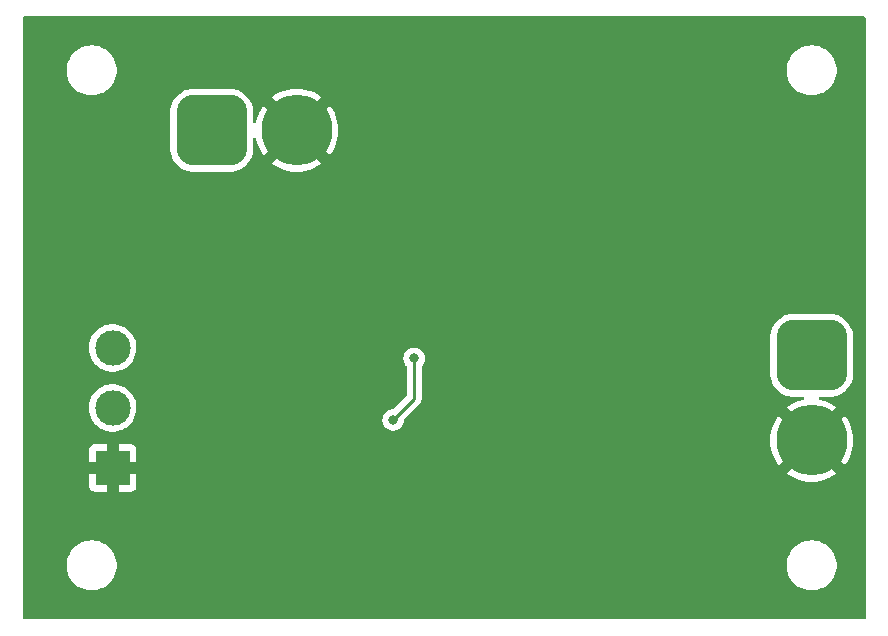
<source format=gbl>
G04 #@! TF.GenerationSoftware,KiCad,Pcbnew,6.0.9-8da3e8f707~116~ubuntu22.04.1*
G04 #@! TF.CreationDate,2022-12-04T14:32:31+01:00*
G04 #@! TF.ProjectId,pcb_15V,7063625f-3135-4562-9e6b-696361645f70,rev?*
G04 #@! TF.SameCoordinates,Original*
G04 #@! TF.FileFunction,Copper,L2,Bot*
G04 #@! TF.FilePolarity,Positive*
%FSLAX46Y46*%
G04 Gerber Fmt 4.6, Leading zero omitted, Abs format (unit mm)*
G04 Created by KiCad (PCBNEW 6.0.9-8da3e8f707~116~ubuntu22.04.1) date 2022-12-04 14:32:31*
%MOMM*%
%LPD*%
G01*
G04 APERTURE LIST*
G04 Aperture macros list*
%AMRoundRect*
0 Rectangle with rounded corners*
0 $1 Rounding radius*
0 $2 $3 $4 $5 $6 $7 $8 $9 X,Y pos of 4 corners*
0 Add a 4 corners polygon primitive as box body*
4,1,4,$2,$3,$4,$5,$6,$7,$8,$9,$2,$3,0*
0 Add four circle primitives for the rounded corners*
1,1,$1+$1,$2,$3*
1,1,$1+$1,$4,$5*
1,1,$1+$1,$6,$7*
1,1,$1+$1,$8,$9*
0 Add four rect primitives between the rounded corners*
20,1,$1+$1,$2,$3,$4,$5,0*
20,1,$1+$1,$4,$5,$6,$7,0*
20,1,$1+$1,$6,$7,$8,$9,0*
20,1,$1+$1,$8,$9,$2,$3,0*%
G04 Aperture macros list end*
G04 #@! TA.AperFunction,ComponentPad*
%ADD10C,3.000000*%
G04 #@! TD*
G04 #@! TA.AperFunction,ComponentPad*
%ADD11R,3.000000X3.000000*%
G04 #@! TD*
G04 #@! TA.AperFunction,ComponentPad*
%ADD12RoundRect,1.500000X-1.500000X-1.500000X1.500000X-1.500000X1.500000X1.500000X-1.500000X1.500000X0*%
G04 #@! TD*
G04 #@! TA.AperFunction,ComponentPad*
%ADD13C,6.000000*%
G04 #@! TD*
G04 #@! TA.AperFunction,ComponentPad*
%ADD14RoundRect,1.500000X-1.500000X1.500000X-1.500000X-1.500000X1.500000X-1.500000X1.500000X1.500000X0*%
G04 #@! TD*
G04 #@! TA.AperFunction,ViaPad*
%ADD15C,0.800000*%
G04 #@! TD*
G04 #@! TA.AperFunction,ViaPad*
%ADD16C,2.000000*%
G04 #@! TD*
G04 #@! TA.AperFunction,Conductor*
%ADD17C,0.250000*%
G04 #@! TD*
G04 APERTURE END LIST*
D10*
X89408000Y-52705000D03*
X89408000Y-57785000D03*
D11*
X89408000Y-62865000D03*
D12*
X97790000Y-34290000D03*
D13*
X104990000Y-34290000D03*
D14*
X148590000Y-53340000D03*
D13*
X148590000Y-60540000D03*
D15*
X111633000Y-67564000D03*
X112776000Y-67056000D03*
X116967000Y-66548000D03*
X116967000Y-67564000D03*
X113157000Y-58801000D03*
X114935000Y-53594000D03*
X109220000Y-38100000D03*
X102870000Y-69850000D03*
X129540000Y-39370000D03*
X123190000Y-26670000D03*
X133350000Y-26670000D03*
X107950000Y-54610000D03*
X113030000Y-35560000D03*
X97790000Y-62230000D03*
X111760000Y-38100000D03*
X110490000Y-33020000D03*
X130810000Y-30480000D03*
X97790000Y-59690000D03*
X100330000Y-73660000D03*
X114300000Y-29210000D03*
X133350000Y-33020000D03*
X113030000Y-39370000D03*
X134620000Y-40640000D03*
X128270000Y-33020000D03*
X110490000Y-29210000D03*
X92710000Y-69850000D03*
X95250000Y-73660000D03*
X87122000Y-66548000D03*
X123190000Y-39370000D03*
X113030000Y-26670000D03*
X118110000Y-26670000D03*
X104140000Y-73660000D03*
X86868000Y-59436000D03*
X97790000Y-69850000D03*
X118110000Y-39370000D03*
X100330000Y-66040000D03*
X129540000Y-35560000D03*
X95250000Y-66040000D03*
D16*
X108966000Y-58420000D03*
D15*
X133350000Y-38100000D03*
X134620000Y-44450000D03*
X105410000Y-29210000D03*
X128270000Y-26670000D03*
X107950000Y-26670000D03*
X113030000Y-31750000D03*
X91440000Y-66040000D03*
X100076000Y-68707000D03*
X107950000Y-53340000D03*
X93853000Y-61722000D03*
X91440000Y-59690000D03*
X111760000Y-60960000D03*
X111633000Y-66548000D03*
X105410000Y-39370000D03*
X133350000Y-43180000D03*
D17*
X113157000Y-58801000D02*
X114935000Y-57023000D01*
X114935000Y-57023000D02*
X114935000Y-53594000D01*
G04 #@! TA.AperFunction,Conductor*
G36*
X153103621Y-24658502D02*
G01*
X153150114Y-24712158D01*
X153161500Y-24764500D01*
X153161500Y-75565500D01*
X153141498Y-75633621D01*
X153087842Y-75680114D01*
X153035500Y-75691500D01*
X81914500Y-75691500D01*
X81846379Y-75671498D01*
X81799886Y-75617842D01*
X81788500Y-75565500D01*
X81788500Y-71252703D01*
X85520743Y-71252703D01*
X85558268Y-71537734D01*
X85634129Y-71815036D01*
X85746923Y-72079476D01*
X85894561Y-72326161D01*
X86074313Y-72550528D01*
X86282851Y-72748423D01*
X86516317Y-72916186D01*
X86520112Y-72918195D01*
X86520113Y-72918196D01*
X86541869Y-72929715D01*
X86770392Y-73050712D01*
X87040373Y-73149511D01*
X87321264Y-73210755D01*
X87349841Y-73213004D01*
X87544282Y-73228307D01*
X87544291Y-73228307D01*
X87546739Y-73228500D01*
X87702271Y-73228500D01*
X87704407Y-73228354D01*
X87704418Y-73228354D01*
X87912548Y-73214165D01*
X87912554Y-73214164D01*
X87916825Y-73213873D01*
X87921020Y-73213004D01*
X87921022Y-73213004D01*
X88057584Y-73184723D01*
X88198342Y-73155574D01*
X88469343Y-73059607D01*
X88724812Y-72927750D01*
X88728313Y-72925289D01*
X88728317Y-72925287D01*
X88842418Y-72845095D01*
X88960023Y-72762441D01*
X89170622Y-72566740D01*
X89352713Y-72344268D01*
X89502927Y-72099142D01*
X89618483Y-71835898D01*
X89697244Y-71559406D01*
X89737751Y-71274784D01*
X89737845Y-71256951D01*
X89737867Y-71252703D01*
X146480743Y-71252703D01*
X146518268Y-71537734D01*
X146594129Y-71815036D01*
X146706923Y-72079476D01*
X146854561Y-72326161D01*
X147034313Y-72550528D01*
X147242851Y-72748423D01*
X147476317Y-72916186D01*
X147480112Y-72918195D01*
X147480113Y-72918196D01*
X147501869Y-72929715D01*
X147730392Y-73050712D01*
X148000373Y-73149511D01*
X148281264Y-73210755D01*
X148309841Y-73213004D01*
X148504282Y-73228307D01*
X148504291Y-73228307D01*
X148506739Y-73228500D01*
X148662271Y-73228500D01*
X148664407Y-73228354D01*
X148664418Y-73228354D01*
X148872548Y-73214165D01*
X148872554Y-73214164D01*
X148876825Y-73213873D01*
X148881020Y-73213004D01*
X148881022Y-73213004D01*
X149017584Y-73184723D01*
X149158342Y-73155574D01*
X149429343Y-73059607D01*
X149684812Y-72927750D01*
X149688313Y-72925289D01*
X149688317Y-72925287D01*
X149802418Y-72845095D01*
X149920023Y-72762441D01*
X150130622Y-72566740D01*
X150312713Y-72344268D01*
X150462927Y-72099142D01*
X150578483Y-71835898D01*
X150657244Y-71559406D01*
X150697751Y-71274784D01*
X150697845Y-71256951D01*
X150699235Y-70991583D01*
X150699235Y-70991576D01*
X150699257Y-70987297D01*
X150661732Y-70702266D01*
X150585871Y-70424964D01*
X150473077Y-70160524D01*
X150325439Y-69913839D01*
X150145687Y-69689472D01*
X149937149Y-69491577D01*
X149703683Y-69323814D01*
X149681843Y-69312250D01*
X149658654Y-69299972D01*
X149449608Y-69189288D01*
X149179627Y-69090489D01*
X148898736Y-69029245D01*
X148867685Y-69026801D01*
X148675718Y-69011693D01*
X148675709Y-69011693D01*
X148673261Y-69011500D01*
X148517729Y-69011500D01*
X148515593Y-69011646D01*
X148515582Y-69011646D01*
X148307452Y-69025835D01*
X148307446Y-69025836D01*
X148303175Y-69026127D01*
X148298980Y-69026996D01*
X148298978Y-69026996D01*
X148162417Y-69055276D01*
X148021658Y-69084426D01*
X147750657Y-69180393D01*
X147495188Y-69312250D01*
X147491687Y-69314711D01*
X147491683Y-69314713D01*
X147481594Y-69321804D01*
X147259977Y-69477559D01*
X147049378Y-69673260D01*
X146867287Y-69895732D01*
X146717073Y-70140858D01*
X146601517Y-70404102D01*
X146522756Y-70680594D01*
X146482249Y-70965216D01*
X146482227Y-70969505D01*
X146482226Y-70969512D01*
X146480765Y-71248417D01*
X146480743Y-71252703D01*
X89737867Y-71252703D01*
X89739235Y-70991583D01*
X89739235Y-70991576D01*
X89739257Y-70987297D01*
X89701732Y-70702266D01*
X89625871Y-70424964D01*
X89513077Y-70160524D01*
X89365439Y-69913839D01*
X89185687Y-69689472D01*
X88977149Y-69491577D01*
X88743683Y-69323814D01*
X88721843Y-69312250D01*
X88698654Y-69299972D01*
X88489608Y-69189288D01*
X88219627Y-69090489D01*
X87938736Y-69029245D01*
X87907685Y-69026801D01*
X87715718Y-69011693D01*
X87715709Y-69011693D01*
X87713261Y-69011500D01*
X87557729Y-69011500D01*
X87555593Y-69011646D01*
X87555582Y-69011646D01*
X87347452Y-69025835D01*
X87347446Y-69025836D01*
X87343175Y-69026127D01*
X87338980Y-69026996D01*
X87338978Y-69026996D01*
X87202417Y-69055276D01*
X87061658Y-69084426D01*
X86790657Y-69180393D01*
X86535188Y-69312250D01*
X86531687Y-69314711D01*
X86531683Y-69314713D01*
X86521594Y-69321804D01*
X86299977Y-69477559D01*
X86089378Y-69673260D01*
X85907287Y-69895732D01*
X85757073Y-70140858D01*
X85641517Y-70404102D01*
X85562756Y-70680594D01*
X85522249Y-70965216D01*
X85522227Y-70969505D01*
X85522226Y-70969512D01*
X85520765Y-71248417D01*
X85520743Y-71252703D01*
X81788500Y-71252703D01*
X81788500Y-64409669D01*
X87400001Y-64409669D01*
X87400371Y-64416490D01*
X87405895Y-64467352D01*
X87409521Y-64482604D01*
X87454676Y-64603054D01*
X87463214Y-64618649D01*
X87539715Y-64720724D01*
X87552276Y-64733285D01*
X87654351Y-64809786D01*
X87669946Y-64818324D01*
X87790394Y-64863478D01*
X87805649Y-64867105D01*
X87856514Y-64872631D01*
X87863328Y-64873000D01*
X88889885Y-64873000D01*
X88905124Y-64868525D01*
X88906329Y-64867135D01*
X88908000Y-64859452D01*
X88908000Y-64854884D01*
X89908000Y-64854884D01*
X89912475Y-64870123D01*
X89913865Y-64871328D01*
X89921548Y-64872999D01*
X90952669Y-64872999D01*
X90959490Y-64872629D01*
X91010352Y-64867105D01*
X91025604Y-64863479D01*
X91146054Y-64818324D01*
X91161649Y-64809786D01*
X91263724Y-64733285D01*
X91276285Y-64720724D01*
X91352786Y-64618649D01*
X91361324Y-64603054D01*
X91406478Y-64482606D01*
X91410105Y-64467351D01*
X91415631Y-64416486D01*
X91416000Y-64409672D01*
X91416000Y-63383115D01*
X91411525Y-63367876D01*
X91410135Y-63366671D01*
X91402452Y-63365000D01*
X89926115Y-63365000D01*
X89910876Y-63369475D01*
X89909671Y-63370865D01*
X89908000Y-63378548D01*
X89908000Y-64854884D01*
X88908000Y-64854884D01*
X88908000Y-63383115D01*
X88903525Y-63367876D01*
X88902135Y-63366671D01*
X88894452Y-63365000D01*
X87418116Y-63365000D01*
X87402877Y-63369475D01*
X87401672Y-63370865D01*
X87400001Y-63378548D01*
X87400001Y-64409669D01*
X81788500Y-64409669D01*
X81788500Y-63350851D01*
X146492191Y-63350851D01*
X146499648Y-63361218D01*
X146522654Y-63379848D01*
X146527991Y-63383725D01*
X146830823Y-63580387D01*
X146836532Y-63583683D01*
X147158275Y-63747620D01*
X147164286Y-63750296D01*
X147501395Y-63879700D01*
X147507672Y-63881740D01*
X147856463Y-63975198D01*
X147862901Y-63976567D01*
X148219560Y-64033055D01*
X148226104Y-64033743D01*
X148586699Y-64052641D01*
X148593301Y-64052641D01*
X148953896Y-64033743D01*
X148960440Y-64033055D01*
X149317099Y-63976567D01*
X149323537Y-63975198D01*
X149672328Y-63881740D01*
X149678605Y-63879700D01*
X150015714Y-63750296D01*
X150021725Y-63747620D01*
X150343468Y-63583683D01*
X150349177Y-63580387D01*
X150652009Y-63383725D01*
X150657346Y-63379848D01*
X150679403Y-63361987D01*
X150687868Y-63349733D01*
X150681534Y-63338641D01*
X148602812Y-61259919D01*
X148588868Y-61252305D01*
X148587035Y-61252436D01*
X148580420Y-61256687D01*
X146499332Y-63337775D01*
X146492191Y-63350851D01*
X81788500Y-63350851D01*
X81788500Y-62346885D01*
X87400000Y-62346885D01*
X87404475Y-62362124D01*
X87405865Y-62363329D01*
X87413548Y-62365000D01*
X88889885Y-62365000D01*
X88905124Y-62360525D01*
X88906329Y-62359135D01*
X88908000Y-62351452D01*
X88908000Y-62346885D01*
X89908000Y-62346885D01*
X89912475Y-62362124D01*
X89913865Y-62363329D01*
X89921548Y-62365000D01*
X91397884Y-62365000D01*
X91413123Y-62360525D01*
X91414328Y-62359135D01*
X91415999Y-62351452D01*
X91415999Y-61320331D01*
X91415629Y-61313510D01*
X91410105Y-61262648D01*
X91406479Y-61247396D01*
X91361324Y-61126946D01*
X91352786Y-61111351D01*
X91276285Y-61009276D01*
X91263724Y-60996715D01*
X91161649Y-60920214D01*
X91146054Y-60911676D01*
X91025606Y-60866522D01*
X91010351Y-60862895D01*
X90959486Y-60857369D01*
X90952672Y-60857000D01*
X89926115Y-60857000D01*
X89910876Y-60861475D01*
X89909671Y-60862865D01*
X89908000Y-60870548D01*
X89908000Y-62346885D01*
X88908000Y-62346885D01*
X88908000Y-60875116D01*
X88903525Y-60859877D01*
X88902135Y-60858672D01*
X88894452Y-60857001D01*
X87863331Y-60857001D01*
X87856510Y-60857371D01*
X87805648Y-60862895D01*
X87790396Y-60866521D01*
X87669946Y-60911676D01*
X87654351Y-60920214D01*
X87552276Y-60996715D01*
X87539715Y-61009276D01*
X87463214Y-61111351D01*
X87454676Y-61126946D01*
X87409522Y-61247394D01*
X87405895Y-61262649D01*
X87400369Y-61313514D01*
X87400000Y-61320328D01*
X87400000Y-62346885D01*
X81788500Y-62346885D01*
X81788500Y-60543301D01*
X145077359Y-60543301D01*
X145096257Y-60903896D01*
X145096945Y-60910440D01*
X145153433Y-61267099D01*
X145154802Y-61273537D01*
X145248260Y-61622328D01*
X145250300Y-61628605D01*
X145379704Y-61965714D01*
X145382380Y-61971725D01*
X145546317Y-62293468D01*
X145549613Y-62299177D01*
X145746275Y-62602009D01*
X145750152Y-62607346D01*
X145768013Y-62629403D01*
X145780267Y-62637868D01*
X145791359Y-62631534D01*
X147870081Y-60552812D01*
X147876459Y-60541132D01*
X149302305Y-60541132D01*
X149302436Y-60542965D01*
X149306687Y-60549580D01*
X151387775Y-62630668D01*
X151400851Y-62637809D01*
X151411218Y-62630352D01*
X151429848Y-62607346D01*
X151433725Y-62602009D01*
X151630387Y-62299177D01*
X151633683Y-62293468D01*
X151797620Y-61971725D01*
X151800296Y-61965714D01*
X151929700Y-61628605D01*
X151931740Y-61622328D01*
X152025198Y-61273537D01*
X152026567Y-61267099D01*
X152083055Y-60910440D01*
X152083743Y-60903896D01*
X152102641Y-60543301D01*
X152102641Y-60536699D01*
X152083743Y-60176104D01*
X152083055Y-60169560D01*
X152026567Y-59812901D01*
X152025198Y-59806463D01*
X151931740Y-59457672D01*
X151929700Y-59451395D01*
X151800296Y-59114286D01*
X151797620Y-59108275D01*
X151633683Y-58786532D01*
X151630387Y-58780823D01*
X151433725Y-58477991D01*
X151429848Y-58472654D01*
X151411987Y-58450597D01*
X151399733Y-58442132D01*
X151388641Y-58448466D01*
X149309919Y-60527188D01*
X149302305Y-60541132D01*
X147876459Y-60541132D01*
X147877695Y-60538868D01*
X147877564Y-60537035D01*
X147873313Y-60530420D01*
X145792225Y-58449332D01*
X145779149Y-58442191D01*
X145768782Y-58449648D01*
X145750152Y-58472654D01*
X145746275Y-58477991D01*
X145549613Y-58780823D01*
X145546317Y-58786532D01*
X145382380Y-59108275D01*
X145379704Y-59114286D01*
X145250300Y-59451395D01*
X145248260Y-59457672D01*
X145154802Y-59806463D01*
X145153433Y-59812901D01*
X145096945Y-60169560D01*
X145096257Y-60176104D01*
X145077359Y-60536699D01*
X145077359Y-60543301D01*
X81788500Y-60543301D01*
X81788500Y-57763918D01*
X87394917Y-57763918D01*
X87410682Y-58037320D01*
X87411507Y-58041525D01*
X87411508Y-58041533D01*
X87428285Y-58127045D01*
X87463405Y-58306053D01*
X87464792Y-58310103D01*
X87464793Y-58310108D01*
X87550723Y-58561088D01*
X87552112Y-58565144D01*
X87554039Y-58568975D01*
X87670735Y-58801000D01*
X87675160Y-58809799D01*
X87677586Y-58813328D01*
X87677589Y-58813334D01*
X87799647Y-58990928D01*
X87830274Y-59035490D01*
X88014582Y-59238043D01*
X88224675Y-59413707D01*
X88228316Y-59415991D01*
X88453024Y-59556951D01*
X88453028Y-59556953D01*
X88456664Y-59559234D01*
X88581460Y-59615582D01*
X88702345Y-59670164D01*
X88702349Y-59670166D01*
X88706257Y-59671930D01*
X88710377Y-59673150D01*
X88710376Y-59673150D01*
X88964723Y-59748491D01*
X88964727Y-59748492D01*
X88968836Y-59749709D01*
X88973070Y-59750357D01*
X88973075Y-59750358D01*
X89235298Y-59790483D01*
X89235300Y-59790483D01*
X89239540Y-59791132D01*
X89378912Y-59793322D01*
X89509071Y-59795367D01*
X89509077Y-59795367D01*
X89513362Y-59795434D01*
X89785235Y-59762534D01*
X90050127Y-59693041D01*
X90054087Y-59691401D01*
X90054092Y-59691399D01*
X90176631Y-59640641D01*
X90303136Y-59588241D01*
X90421359Y-59519157D01*
X90535879Y-59452237D01*
X90535880Y-59452236D01*
X90539582Y-59450073D01*
X90755089Y-59281094D01*
X90796809Y-59238043D01*
X90916737Y-59114286D01*
X90945669Y-59084431D01*
X90948202Y-59080983D01*
X90948206Y-59080978D01*
X91105257Y-58867178D01*
X91107795Y-58863723D01*
X91135154Y-58813334D01*
X91141851Y-58801000D01*
X112243496Y-58801000D01*
X112244186Y-58807565D01*
X112250452Y-58867178D01*
X112263458Y-58990928D01*
X112322473Y-59172556D01*
X112417960Y-59337944D01*
X112422378Y-59342851D01*
X112422379Y-59342852D01*
X112520870Y-59452237D01*
X112545747Y-59479866D01*
X112700248Y-59592118D01*
X112706276Y-59594802D01*
X112706278Y-59594803D01*
X112868681Y-59667109D01*
X112874712Y-59669794D01*
X112968113Y-59689647D01*
X113055056Y-59708128D01*
X113055061Y-59708128D01*
X113061513Y-59709500D01*
X113252487Y-59709500D01*
X113258939Y-59708128D01*
X113258944Y-59708128D01*
X113345887Y-59689647D01*
X113439288Y-59669794D01*
X113445319Y-59667109D01*
X113607722Y-59594803D01*
X113607724Y-59594802D01*
X113613752Y-59592118D01*
X113768253Y-59479866D01*
X113793130Y-59452237D01*
X113891621Y-59342852D01*
X113891622Y-59342851D01*
X113896040Y-59337944D01*
X113991527Y-59172556D01*
X114050542Y-58990928D01*
X114067907Y-58825706D01*
X114094920Y-58760050D01*
X114104122Y-58749782D01*
X115327247Y-57526657D01*
X115335537Y-57519113D01*
X115342018Y-57515000D01*
X115388659Y-57465332D01*
X115391413Y-57462491D01*
X115411135Y-57442769D01*
X115413619Y-57439567D01*
X115421317Y-57430555D01*
X115446161Y-57404098D01*
X115451586Y-57398321D01*
X115461347Y-57380566D01*
X115472198Y-57364047D01*
X115484614Y-57348041D01*
X115502174Y-57307463D01*
X115507391Y-57296813D01*
X115528695Y-57258060D01*
X115533733Y-57238437D01*
X115540137Y-57219734D01*
X115545033Y-57208420D01*
X115545033Y-57208419D01*
X115548181Y-57201145D01*
X115549420Y-57193322D01*
X115549423Y-57193312D01*
X115555099Y-57157476D01*
X115557505Y-57145856D01*
X115566528Y-57110711D01*
X115566528Y-57110710D01*
X115568500Y-57103030D01*
X115568500Y-57082776D01*
X115570051Y-57063065D01*
X115571980Y-57050886D01*
X115573220Y-57043057D01*
X115569059Y-56999038D01*
X115568500Y-56987181D01*
X115568500Y-54296524D01*
X115588502Y-54228403D01*
X115600858Y-54212221D01*
X115674040Y-54130944D01*
X115745305Y-54007509D01*
X115766223Y-53971279D01*
X115766224Y-53971278D01*
X115769527Y-53965556D01*
X115828542Y-53783928D01*
X115848504Y-53594000D01*
X115828542Y-53404072D01*
X115769527Y-53222444D01*
X115674040Y-53057056D01*
X115640615Y-53019933D01*
X115550675Y-52920045D01*
X115550674Y-52920044D01*
X115546253Y-52915134D01*
X115391752Y-52802882D01*
X115385724Y-52800198D01*
X115385722Y-52800197D01*
X115223319Y-52727891D01*
X115223318Y-52727891D01*
X115217288Y-52725206D01*
X115110555Y-52702519D01*
X115036944Y-52686872D01*
X115036939Y-52686872D01*
X115030487Y-52685500D01*
X114839513Y-52685500D01*
X114833061Y-52686872D01*
X114833056Y-52686872D01*
X114759445Y-52702519D01*
X114652712Y-52725206D01*
X114646682Y-52727891D01*
X114646681Y-52727891D01*
X114484278Y-52800197D01*
X114484276Y-52800198D01*
X114478248Y-52802882D01*
X114323747Y-52915134D01*
X114319326Y-52920044D01*
X114319325Y-52920045D01*
X114229386Y-53019933D01*
X114195960Y-53057056D01*
X114100473Y-53222444D01*
X114041458Y-53404072D01*
X114021496Y-53594000D01*
X114041458Y-53783928D01*
X114100473Y-53965556D01*
X114103776Y-53971278D01*
X114103777Y-53971279D01*
X114124695Y-54007509D01*
X114195960Y-54130944D01*
X114269137Y-54212215D01*
X114299853Y-54276221D01*
X114301500Y-54296524D01*
X114301500Y-56708406D01*
X114281498Y-56776527D01*
X114264595Y-56797501D01*
X113206500Y-57855595D01*
X113144188Y-57889621D01*
X113117405Y-57892500D01*
X113061513Y-57892500D01*
X113055061Y-57893872D01*
X113055056Y-57893872D01*
X112968113Y-57912353D01*
X112874712Y-57932206D01*
X112868682Y-57934891D01*
X112868681Y-57934891D01*
X112706278Y-58007197D01*
X112706276Y-58007198D01*
X112700248Y-58009882D01*
X112545747Y-58122134D01*
X112417960Y-58264056D01*
X112322473Y-58429444D01*
X112263458Y-58611072D01*
X112262768Y-58617633D01*
X112262768Y-58617635D01*
X112261802Y-58626830D01*
X112243496Y-58801000D01*
X91141851Y-58801000D01*
X91236418Y-58626830D01*
X91236419Y-58626828D01*
X91238468Y-58623054D01*
X91311627Y-58429444D01*
X91333751Y-58370895D01*
X91333752Y-58370891D01*
X91335269Y-58366877D01*
X91390198Y-58127045D01*
X91395449Y-58104117D01*
X91395450Y-58104113D01*
X91396407Y-58099933D01*
X91404098Y-58013763D01*
X91420531Y-57829627D01*
X91420531Y-57829625D01*
X91420751Y-57827161D01*
X91421193Y-57785000D01*
X91416679Y-57718782D01*
X91402859Y-57516055D01*
X91402858Y-57516049D01*
X91402567Y-57511778D01*
X91347032Y-57243612D01*
X91255617Y-56985465D01*
X91184924Y-56848500D01*
X91131978Y-56745919D01*
X91131978Y-56745918D01*
X91130013Y-56742112D01*
X91120040Y-56727921D01*
X90975008Y-56521562D01*
X90972545Y-56518057D01*
X90786125Y-56317445D01*
X90782810Y-56314731D01*
X90782806Y-56314728D01*
X90577523Y-56146706D01*
X90574205Y-56143990D01*
X90340704Y-56000901D01*
X90336768Y-55999173D01*
X90093873Y-55892549D01*
X90093869Y-55892548D01*
X90089945Y-55890825D01*
X89826566Y-55815800D01*
X89822324Y-55815196D01*
X89822318Y-55815195D01*
X89621834Y-55786662D01*
X89555443Y-55777213D01*
X89411589Y-55776460D01*
X89285877Y-55775802D01*
X89285871Y-55775802D01*
X89281591Y-55775780D01*
X89277347Y-55776339D01*
X89277343Y-55776339D01*
X89158302Y-55792011D01*
X89010078Y-55811525D01*
X89005938Y-55812658D01*
X89005936Y-55812658D01*
X88933008Y-55832609D01*
X88745928Y-55883788D01*
X88741980Y-55885472D01*
X88497982Y-55989546D01*
X88497978Y-55989548D01*
X88494030Y-55991232D01*
X88474125Y-56003145D01*
X88262725Y-56129664D01*
X88262721Y-56129667D01*
X88259043Y-56131868D01*
X88045318Y-56303094D01*
X88028717Y-56320588D01*
X87905552Y-56450377D01*
X87856808Y-56501742D01*
X87697002Y-56724136D01*
X87568857Y-56966161D01*
X87567385Y-56970184D01*
X87567383Y-56970188D01*
X87503097Y-57145856D01*
X87474743Y-57223337D01*
X87416404Y-57490907D01*
X87394917Y-57763918D01*
X81788500Y-57763918D01*
X81788500Y-52683918D01*
X87394917Y-52683918D01*
X87410682Y-52957320D01*
X87411507Y-52961525D01*
X87411508Y-52961533D01*
X87422127Y-53015657D01*
X87463405Y-53226053D01*
X87464792Y-53230103D01*
X87464793Y-53230108D01*
X87550723Y-53481088D01*
X87552112Y-53485144D01*
X87675160Y-53729799D01*
X87677586Y-53733328D01*
X87677589Y-53733334D01*
X87827843Y-53951953D01*
X87830274Y-53955490D01*
X88014582Y-54158043D01*
X88224675Y-54333707D01*
X88228316Y-54335991D01*
X88453024Y-54476951D01*
X88453028Y-54476953D01*
X88456664Y-54479234D01*
X88524544Y-54509883D01*
X88702345Y-54590164D01*
X88702349Y-54590166D01*
X88706257Y-54591930D01*
X88710377Y-54593150D01*
X88710376Y-54593150D01*
X88964723Y-54668491D01*
X88964727Y-54668492D01*
X88968836Y-54669709D01*
X88973070Y-54670357D01*
X88973075Y-54670358D01*
X89235298Y-54710483D01*
X89235300Y-54710483D01*
X89239540Y-54711132D01*
X89378912Y-54713322D01*
X89509071Y-54715367D01*
X89509077Y-54715367D01*
X89513362Y-54715434D01*
X89785235Y-54682534D01*
X90050127Y-54613041D01*
X90054087Y-54611401D01*
X90054092Y-54611399D01*
X90176631Y-54560641D01*
X90303136Y-54508241D01*
X90539582Y-54370073D01*
X90755089Y-54201094D01*
X90796809Y-54158043D01*
X90942686Y-54007509D01*
X90945669Y-54004431D01*
X90948202Y-54000983D01*
X90948206Y-54000978D01*
X91105257Y-53787178D01*
X91107795Y-53783723D01*
X91135154Y-53733334D01*
X91236418Y-53546830D01*
X91236419Y-53546828D01*
X91238468Y-53543054D01*
X91335269Y-53286877D01*
X91396407Y-53019933D01*
X91420751Y-52747161D01*
X91421193Y-52705000D01*
X91402567Y-52431778D01*
X91347032Y-52163612D01*
X91255617Y-51905465D01*
X91163846Y-51727663D01*
X145081500Y-51727663D01*
X145081501Y-54952336D01*
X145084257Y-55015480D01*
X145084815Y-55019002D01*
X145127509Y-55288571D01*
X145127511Y-55288578D01*
X145128198Y-55292918D01*
X145210325Y-55561540D01*
X145212185Y-55565529D01*
X145212187Y-55565534D01*
X145327174Y-55812126D01*
X145327177Y-55812132D01*
X145329036Y-55816118D01*
X145331437Y-55819815D01*
X145449036Y-56000901D01*
X145482023Y-56051697D01*
X145666308Y-56263692D01*
X145878303Y-56447977D01*
X145881994Y-56450374D01*
X145881998Y-56450377D01*
X145991614Y-56521562D01*
X146113882Y-56600964D01*
X146117868Y-56602823D01*
X146117874Y-56602826D01*
X146364466Y-56717813D01*
X146364471Y-56717815D01*
X146368460Y-56719675D01*
X146372673Y-56720963D01*
X146372678Y-56720965D01*
X146454299Y-56745919D01*
X146637082Y-56801802D01*
X146641422Y-56802489D01*
X146641429Y-56802491D01*
X146899709Y-56843397D01*
X146914520Y-56845743D01*
X146918081Y-56845898D01*
X146918086Y-56845899D01*
X146976287Y-56848440D01*
X146976291Y-56848440D01*
X146977663Y-56848500D01*
X147871506Y-56848500D01*
X147939627Y-56868502D01*
X147986120Y-56922158D01*
X147996224Y-56992432D01*
X147966730Y-57057012D01*
X147907004Y-57095396D01*
X147891215Y-57098949D01*
X147862903Y-57103433D01*
X147856463Y-57104802D01*
X147507672Y-57198260D01*
X147501395Y-57200300D01*
X147164286Y-57329704D01*
X147158275Y-57332380D01*
X146836532Y-57496317D01*
X146830823Y-57499613D01*
X146527991Y-57696275D01*
X146522654Y-57700152D01*
X146500597Y-57718013D01*
X146492132Y-57730267D01*
X146498466Y-57741359D01*
X148577188Y-59820081D01*
X148591132Y-59827695D01*
X148592965Y-59827564D01*
X148599580Y-59823313D01*
X150680668Y-57742225D01*
X150687809Y-57729149D01*
X150680352Y-57718782D01*
X150657346Y-57700152D01*
X150652009Y-57696275D01*
X150349177Y-57499613D01*
X150343468Y-57496317D01*
X150021725Y-57332380D01*
X150015714Y-57329704D01*
X149678605Y-57200300D01*
X149672328Y-57198260D01*
X149323537Y-57104802D01*
X149317102Y-57103434D01*
X149288780Y-57098948D01*
X149224627Y-57068535D01*
X149187100Y-57008267D01*
X149188114Y-56937277D01*
X149227347Y-56878106D01*
X149292343Y-56849538D01*
X149308487Y-56848499D01*
X150202336Y-56848499D01*
X150203705Y-56848439D01*
X150203716Y-56848439D01*
X150261914Y-56845899D01*
X150261920Y-56845898D01*
X150265480Y-56845743D01*
X150338955Y-56834106D01*
X150538571Y-56802491D01*
X150538578Y-56802489D01*
X150542918Y-56801802D01*
X150725701Y-56745919D01*
X150807322Y-56720965D01*
X150807327Y-56720963D01*
X150811540Y-56719675D01*
X150815529Y-56717815D01*
X150815534Y-56717813D01*
X151062126Y-56602826D01*
X151062132Y-56602823D01*
X151066118Y-56600964D01*
X151188386Y-56521562D01*
X151298002Y-56450377D01*
X151298006Y-56450374D01*
X151301697Y-56447977D01*
X151513692Y-56263692D01*
X151697977Y-56051697D01*
X151730965Y-56000901D01*
X151848563Y-55819815D01*
X151850964Y-55816118D01*
X151852823Y-55812132D01*
X151852826Y-55812126D01*
X151967813Y-55565534D01*
X151967815Y-55565529D01*
X151969675Y-55561540D01*
X152051802Y-55292918D01*
X152052489Y-55288578D01*
X152052491Y-55288571D01*
X152095185Y-55019003D01*
X152095185Y-55019002D01*
X152095743Y-55015480D01*
X152098500Y-54952337D01*
X152098499Y-51727664D01*
X152095743Y-51664520D01*
X152060431Y-51441562D01*
X152052491Y-51391429D01*
X152052489Y-51391422D01*
X152051802Y-51387082D01*
X151969675Y-51118460D01*
X151945542Y-51066706D01*
X151852826Y-50867874D01*
X151852823Y-50867868D01*
X151850964Y-50863882D01*
X151768551Y-50736977D01*
X151700377Y-50631998D01*
X151700374Y-50631994D01*
X151697977Y-50628303D01*
X151513692Y-50416308D01*
X151301697Y-50232023D01*
X151298006Y-50229626D01*
X151298002Y-50229623D01*
X151069815Y-50081437D01*
X151066118Y-50079036D01*
X151062132Y-50077177D01*
X151062126Y-50077174D01*
X150815534Y-49962187D01*
X150815529Y-49962185D01*
X150811540Y-49960325D01*
X150807327Y-49959037D01*
X150807322Y-49959035D01*
X150644514Y-49909259D01*
X150542918Y-49878198D01*
X150538578Y-49877511D01*
X150538571Y-49877509D01*
X150269003Y-49834815D01*
X150265480Y-49834257D01*
X150261919Y-49834102D01*
X150261914Y-49834101D01*
X150203713Y-49831560D01*
X150203709Y-49831560D01*
X150202337Y-49831500D01*
X148591171Y-49831500D01*
X146977664Y-49831501D01*
X146976295Y-49831561D01*
X146976284Y-49831561D01*
X146918086Y-49834101D01*
X146918080Y-49834102D01*
X146914520Y-49834257D01*
X146841045Y-49845894D01*
X146641429Y-49877509D01*
X146641422Y-49877511D01*
X146637082Y-49878198D01*
X146535486Y-49909259D01*
X146372678Y-49959035D01*
X146372673Y-49959037D01*
X146368460Y-49960325D01*
X146364471Y-49962185D01*
X146364466Y-49962187D01*
X146117874Y-50077174D01*
X146117868Y-50077177D01*
X146113882Y-50079036D01*
X146110185Y-50081437D01*
X145881998Y-50229623D01*
X145881994Y-50229626D01*
X145878303Y-50232023D01*
X145666308Y-50416308D01*
X145482023Y-50628303D01*
X145479626Y-50631994D01*
X145479623Y-50631998D01*
X145411449Y-50736977D01*
X145329036Y-50863882D01*
X145327177Y-50867868D01*
X145327174Y-50867874D01*
X145234458Y-51066706D01*
X145210325Y-51118460D01*
X145128198Y-51387082D01*
X145127511Y-51391422D01*
X145127509Y-51391429D01*
X145119569Y-51441562D01*
X145084257Y-51664520D01*
X145081500Y-51727663D01*
X91163846Y-51727663D01*
X91130013Y-51662112D01*
X91120040Y-51647921D01*
X90975008Y-51441562D01*
X90972545Y-51438057D01*
X90786125Y-51237445D01*
X90782810Y-51234731D01*
X90782806Y-51234728D01*
X90652069Y-51127721D01*
X90574205Y-51063990D01*
X90340704Y-50920901D01*
X90336768Y-50919173D01*
X90093873Y-50812549D01*
X90093869Y-50812548D01*
X90089945Y-50810825D01*
X89826566Y-50735800D01*
X89822324Y-50735196D01*
X89822318Y-50735195D01*
X89621834Y-50706662D01*
X89555443Y-50697213D01*
X89411589Y-50696460D01*
X89285877Y-50695802D01*
X89285871Y-50695802D01*
X89281591Y-50695780D01*
X89277347Y-50696339D01*
X89277343Y-50696339D01*
X89158302Y-50712011D01*
X89010078Y-50731525D01*
X89005938Y-50732658D01*
X89005936Y-50732658D01*
X88933008Y-50752609D01*
X88745928Y-50803788D01*
X88741980Y-50805472D01*
X88497982Y-50909546D01*
X88497978Y-50909548D01*
X88494030Y-50911232D01*
X88474125Y-50923145D01*
X88262725Y-51049664D01*
X88262721Y-51049667D01*
X88259043Y-51051868D01*
X88045318Y-51223094D01*
X87856808Y-51421742D01*
X87697002Y-51644136D01*
X87568857Y-51886161D01*
X87567385Y-51890184D01*
X87567383Y-51890188D01*
X87560314Y-51909506D01*
X87474743Y-52143337D01*
X87416404Y-52410907D01*
X87394917Y-52683918D01*
X81788500Y-52683918D01*
X81788500Y-32677663D01*
X94281500Y-32677663D01*
X94281501Y-35902336D01*
X94284257Y-35965480D01*
X94284815Y-35969002D01*
X94327509Y-36238571D01*
X94327511Y-36238578D01*
X94328198Y-36242918D01*
X94410325Y-36511540D01*
X94412185Y-36515529D01*
X94412187Y-36515534D01*
X94527174Y-36762126D01*
X94527177Y-36762132D01*
X94529036Y-36766118D01*
X94682023Y-37001697D01*
X94866308Y-37213692D01*
X95078303Y-37397977D01*
X95081994Y-37400374D01*
X95081998Y-37400377D01*
X95235860Y-37500296D01*
X95313882Y-37550964D01*
X95317868Y-37552823D01*
X95317874Y-37552826D01*
X95564466Y-37667813D01*
X95564471Y-37667815D01*
X95568460Y-37669675D01*
X95572673Y-37670963D01*
X95572678Y-37670965D01*
X95735486Y-37720741D01*
X95837082Y-37751802D01*
X95841422Y-37752489D01*
X95841429Y-37752491D01*
X96038753Y-37783743D01*
X96114520Y-37795743D01*
X96118081Y-37795898D01*
X96118086Y-37795899D01*
X96176287Y-37798440D01*
X96176291Y-37798440D01*
X96177663Y-37798500D01*
X97788829Y-37798500D01*
X99402336Y-37798499D01*
X99403705Y-37798439D01*
X99403716Y-37798439D01*
X99461914Y-37795899D01*
X99461920Y-37795898D01*
X99465480Y-37795743D01*
X99541247Y-37783743D01*
X99738571Y-37752491D01*
X99738578Y-37752489D01*
X99742918Y-37751802D01*
X99844514Y-37720741D01*
X100007322Y-37670965D01*
X100007327Y-37670963D01*
X100011540Y-37669675D01*
X100015529Y-37667815D01*
X100015534Y-37667813D01*
X100262126Y-37552826D01*
X100262132Y-37552823D01*
X100266118Y-37550964D01*
X100344140Y-37500296D01*
X100498002Y-37400377D01*
X100498006Y-37400374D01*
X100501697Y-37397977D01*
X100713692Y-37213692D01*
X100811783Y-37100851D01*
X102892191Y-37100851D01*
X102899648Y-37111218D01*
X102922654Y-37129848D01*
X102927991Y-37133725D01*
X103230823Y-37330387D01*
X103236532Y-37333683D01*
X103558275Y-37497620D01*
X103564286Y-37500296D01*
X103901395Y-37629700D01*
X103907672Y-37631740D01*
X104256463Y-37725198D01*
X104262901Y-37726567D01*
X104619560Y-37783055D01*
X104626104Y-37783743D01*
X104986699Y-37802641D01*
X104993301Y-37802641D01*
X105353896Y-37783743D01*
X105360440Y-37783055D01*
X105717099Y-37726567D01*
X105723537Y-37725198D01*
X106072328Y-37631740D01*
X106078605Y-37629700D01*
X106415714Y-37500296D01*
X106421725Y-37497620D01*
X106743468Y-37333683D01*
X106749177Y-37330387D01*
X107052009Y-37133725D01*
X107057346Y-37129848D01*
X107079403Y-37111987D01*
X107087868Y-37099733D01*
X107081534Y-37088641D01*
X105002812Y-35009919D01*
X104988868Y-35002305D01*
X104987035Y-35002436D01*
X104980420Y-35006687D01*
X102899332Y-37087775D01*
X102892191Y-37100851D01*
X100811783Y-37100851D01*
X100897977Y-37001697D01*
X101050964Y-36766118D01*
X101052823Y-36762132D01*
X101052826Y-36762126D01*
X101167813Y-36515534D01*
X101167815Y-36515529D01*
X101169675Y-36511540D01*
X101251802Y-36242918D01*
X101252489Y-36238578D01*
X101252491Y-36238571D01*
X101295185Y-35969003D01*
X101295185Y-35969002D01*
X101295743Y-35965480D01*
X101298500Y-35902337D01*
X101298500Y-35008494D01*
X101318502Y-34940373D01*
X101372158Y-34893880D01*
X101442432Y-34883776D01*
X101507012Y-34913270D01*
X101545396Y-34972996D01*
X101548949Y-34988785D01*
X101553433Y-35017097D01*
X101554802Y-35023537D01*
X101648260Y-35372328D01*
X101650300Y-35378605D01*
X101779704Y-35715714D01*
X101782380Y-35721725D01*
X101946317Y-36043468D01*
X101949613Y-36049177D01*
X102146275Y-36352009D01*
X102150152Y-36357346D01*
X102168013Y-36379403D01*
X102180267Y-36387868D01*
X102191359Y-36381534D01*
X104270081Y-34302812D01*
X104276459Y-34291132D01*
X105702305Y-34291132D01*
X105702436Y-34292965D01*
X105706687Y-34299580D01*
X107787775Y-36380668D01*
X107800851Y-36387809D01*
X107811218Y-36380352D01*
X107829848Y-36357346D01*
X107833725Y-36352009D01*
X108030387Y-36049177D01*
X108033683Y-36043468D01*
X108197620Y-35721725D01*
X108200296Y-35715714D01*
X108329700Y-35378605D01*
X108331740Y-35372328D01*
X108425198Y-35023537D01*
X108426567Y-35017099D01*
X108483055Y-34660440D01*
X108483743Y-34653896D01*
X108502641Y-34293301D01*
X108502641Y-34286699D01*
X108483743Y-33926104D01*
X108483055Y-33919560D01*
X108426567Y-33562901D01*
X108425198Y-33556463D01*
X108331740Y-33207672D01*
X108329700Y-33201395D01*
X108200296Y-32864286D01*
X108197620Y-32858275D01*
X108033683Y-32536532D01*
X108030387Y-32530823D01*
X107833725Y-32227991D01*
X107829848Y-32222654D01*
X107811987Y-32200597D01*
X107799733Y-32192132D01*
X107788641Y-32198466D01*
X105709919Y-34277188D01*
X105702305Y-34291132D01*
X104276459Y-34291132D01*
X104277695Y-34288868D01*
X104277564Y-34287035D01*
X104273313Y-34280420D01*
X102192225Y-32199332D01*
X102179149Y-32192191D01*
X102168782Y-32199648D01*
X102150152Y-32222654D01*
X102146275Y-32227991D01*
X101949613Y-32530823D01*
X101946317Y-32536532D01*
X101782380Y-32858275D01*
X101779704Y-32864286D01*
X101650300Y-33201395D01*
X101648260Y-33207672D01*
X101554802Y-33556463D01*
X101553434Y-33562898D01*
X101548948Y-33591220D01*
X101518535Y-33655373D01*
X101458267Y-33692900D01*
X101387277Y-33691886D01*
X101328106Y-33652653D01*
X101299538Y-33587657D01*
X101298499Y-33571509D01*
X101298499Y-32677664D01*
X101295743Y-32614520D01*
X101282487Y-32530823D01*
X101252491Y-32341429D01*
X101252489Y-32341422D01*
X101251802Y-32337082D01*
X101169675Y-32068460D01*
X101167813Y-32064466D01*
X101052826Y-31817874D01*
X101052823Y-31817868D01*
X101050964Y-31813882D01*
X100897977Y-31578303D01*
X100812755Y-31480267D01*
X102892132Y-31480267D01*
X102898466Y-31491359D01*
X104977188Y-33570081D01*
X104991132Y-33577695D01*
X104992965Y-33577564D01*
X104999580Y-33573313D01*
X107080668Y-31492225D01*
X107087809Y-31479149D01*
X107080352Y-31468782D01*
X107057346Y-31450152D01*
X107052009Y-31446275D01*
X106749177Y-31249613D01*
X106743468Y-31246317D01*
X106421725Y-31082380D01*
X106415714Y-31079704D01*
X106078605Y-30950300D01*
X106072328Y-30948260D01*
X105723537Y-30854802D01*
X105717099Y-30853433D01*
X105360440Y-30796945D01*
X105353896Y-30796257D01*
X104993301Y-30777359D01*
X104986699Y-30777359D01*
X104626104Y-30796257D01*
X104619560Y-30796945D01*
X104262901Y-30853433D01*
X104256463Y-30854802D01*
X103907672Y-30948260D01*
X103901395Y-30950300D01*
X103564286Y-31079704D01*
X103558275Y-31082380D01*
X103236532Y-31246317D01*
X103230823Y-31249613D01*
X102927991Y-31446275D01*
X102922654Y-31450152D01*
X102900597Y-31468013D01*
X102892132Y-31480267D01*
X100812755Y-31480267D01*
X100713692Y-31366308D01*
X100501697Y-31182023D01*
X100498006Y-31179626D01*
X100498002Y-31179623D01*
X100269815Y-31031437D01*
X100266118Y-31029036D01*
X100262132Y-31027177D01*
X100262126Y-31027174D01*
X100015534Y-30912187D01*
X100015529Y-30912185D01*
X100011540Y-30910325D01*
X100007327Y-30909037D01*
X100007322Y-30909035D01*
X99812665Y-30849522D01*
X99742918Y-30828198D01*
X99738578Y-30827511D01*
X99738571Y-30827509D01*
X99469003Y-30784815D01*
X99465480Y-30784257D01*
X99461919Y-30784102D01*
X99461914Y-30784101D01*
X99403713Y-30781560D01*
X99403709Y-30781560D01*
X99402337Y-30781500D01*
X97791171Y-30781500D01*
X96177664Y-30781501D01*
X96176295Y-30781561D01*
X96176284Y-30781561D01*
X96118086Y-30784101D01*
X96118080Y-30784102D01*
X96114520Y-30784257D01*
X96041045Y-30795894D01*
X95841429Y-30827509D01*
X95841422Y-30827511D01*
X95837082Y-30828198D01*
X95767335Y-30849522D01*
X95572678Y-30909035D01*
X95572673Y-30909037D01*
X95568460Y-30910325D01*
X95564471Y-30912185D01*
X95564466Y-30912187D01*
X95317874Y-31027174D01*
X95317868Y-31027177D01*
X95313882Y-31029036D01*
X95310185Y-31031437D01*
X95081998Y-31179623D01*
X95081994Y-31179626D01*
X95078303Y-31182023D01*
X94866308Y-31366308D01*
X94682023Y-31578303D01*
X94529036Y-31813882D01*
X94527177Y-31817868D01*
X94527174Y-31817874D01*
X94412187Y-32064466D01*
X94410325Y-32068460D01*
X94328198Y-32337082D01*
X94327511Y-32341422D01*
X94327509Y-32341429D01*
X94297513Y-32530823D01*
X94284257Y-32614520D01*
X94281500Y-32677663D01*
X81788500Y-32677663D01*
X81788500Y-29342703D01*
X85520743Y-29342703D01*
X85558268Y-29627734D01*
X85634129Y-29905036D01*
X85746923Y-30169476D01*
X85894561Y-30416161D01*
X86074313Y-30640528D01*
X86091397Y-30656740D01*
X86225608Y-30784101D01*
X86282851Y-30838423D01*
X86516317Y-31006186D01*
X86520112Y-31008195D01*
X86520113Y-31008196D01*
X86541869Y-31019715D01*
X86770392Y-31140712D01*
X87040373Y-31239511D01*
X87321264Y-31300755D01*
X87349841Y-31303004D01*
X87544282Y-31318307D01*
X87544291Y-31318307D01*
X87546739Y-31318500D01*
X87702271Y-31318500D01*
X87704407Y-31318354D01*
X87704418Y-31318354D01*
X87912548Y-31304165D01*
X87912554Y-31304164D01*
X87916825Y-31303873D01*
X87921020Y-31303004D01*
X87921022Y-31303004D01*
X88178838Y-31249613D01*
X88198342Y-31245574D01*
X88469343Y-31149607D01*
X88724812Y-31017750D01*
X88728313Y-31015289D01*
X88728317Y-31015287D01*
X88879498Y-30909035D01*
X88960023Y-30852441D01*
X89170622Y-30656740D01*
X89352713Y-30434268D01*
X89502927Y-30189142D01*
X89618483Y-29925898D01*
X89697244Y-29649406D01*
X89737751Y-29364784D01*
X89737845Y-29346951D01*
X89737867Y-29342703D01*
X146480743Y-29342703D01*
X146518268Y-29627734D01*
X146594129Y-29905036D01*
X146706923Y-30169476D01*
X146854561Y-30416161D01*
X147034313Y-30640528D01*
X147051397Y-30656740D01*
X147185608Y-30784101D01*
X147242851Y-30838423D01*
X147476317Y-31006186D01*
X147480112Y-31008195D01*
X147480113Y-31008196D01*
X147501869Y-31019715D01*
X147730392Y-31140712D01*
X148000373Y-31239511D01*
X148281264Y-31300755D01*
X148309841Y-31303004D01*
X148504282Y-31318307D01*
X148504291Y-31318307D01*
X148506739Y-31318500D01*
X148662271Y-31318500D01*
X148664407Y-31318354D01*
X148664418Y-31318354D01*
X148872548Y-31304165D01*
X148872554Y-31304164D01*
X148876825Y-31303873D01*
X148881020Y-31303004D01*
X148881022Y-31303004D01*
X149138838Y-31249613D01*
X149158342Y-31245574D01*
X149429343Y-31149607D01*
X149684812Y-31017750D01*
X149688313Y-31015289D01*
X149688317Y-31015287D01*
X149839498Y-30909035D01*
X149920023Y-30852441D01*
X150130622Y-30656740D01*
X150312713Y-30434268D01*
X150462927Y-30189142D01*
X150578483Y-29925898D01*
X150657244Y-29649406D01*
X150697751Y-29364784D01*
X150697845Y-29346951D01*
X150699235Y-29081583D01*
X150699235Y-29081576D01*
X150699257Y-29077297D01*
X150661732Y-28792266D01*
X150585871Y-28514964D01*
X150473077Y-28250524D01*
X150325439Y-28003839D01*
X150145687Y-27779472D01*
X149937149Y-27581577D01*
X149703683Y-27413814D01*
X149681843Y-27402250D01*
X149658654Y-27389972D01*
X149449608Y-27279288D01*
X149179627Y-27180489D01*
X148898736Y-27119245D01*
X148867685Y-27116801D01*
X148675718Y-27101693D01*
X148675709Y-27101693D01*
X148673261Y-27101500D01*
X148517729Y-27101500D01*
X148515593Y-27101646D01*
X148515582Y-27101646D01*
X148307452Y-27115835D01*
X148307446Y-27115836D01*
X148303175Y-27116127D01*
X148298980Y-27116996D01*
X148298978Y-27116996D01*
X148162417Y-27145276D01*
X148021658Y-27174426D01*
X147750657Y-27270393D01*
X147495188Y-27402250D01*
X147491687Y-27404711D01*
X147491683Y-27404713D01*
X147481594Y-27411804D01*
X147259977Y-27567559D01*
X147049378Y-27763260D01*
X146867287Y-27985732D01*
X146717073Y-28230858D01*
X146601517Y-28494102D01*
X146522756Y-28770594D01*
X146482249Y-29055216D01*
X146482227Y-29059505D01*
X146482226Y-29059512D01*
X146480765Y-29338417D01*
X146480743Y-29342703D01*
X89737867Y-29342703D01*
X89739235Y-29081583D01*
X89739235Y-29081576D01*
X89739257Y-29077297D01*
X89701732Y-28792266D01*
X89625871Y-28514964D01*
X89513077Y-28250524D01*
X89365439Y-28003839D01*
X89185687Y-27779472D01*
X88977149Y-27581577D01*
X88743683Y-27413814D01*
X88721843Y-27402250D01*
X88698654Y-27389972D01*
X88489608Y-27279288D01*
X88219627Y-27180489D01*
X87938736Y-27119245D01*
X87907685Y-27116801D01*
X87715718Y-27101693D01*
X87715709Y-27101693D01*
X87713261Y-27101500D01*
X87557729Y-27101500D01*
X87555593Y-27101646D01*
X87555582Y-27101646D01*
X87347452Y-27115835D01*
X87347446Y-27115836D01*
X87343175Y-27116127D01*
X87338980Y-27116996D01*
X87338978Y-27116996D01*
X87202417Y-27145276D01*
X87061658Y-27174426D01*
X86790657Y-27270393D01*
X86535188Y-27402250D01*
X86531687Y-27404711D01*
X86531683Y-27404713D01*
X86521594Y-27411804D01*
X86299977Y-27567559D01*
X86089378Y-27763260D01*
X85907287Y-27985732D01*
X85757073Y-28230858D01*
X85641517Y-28494102D01*
X85562756Y-28770594D01*
X85522249Y-29055216D01*
X85522227Y-29059505D01*
X85522226Y-29059512D01*
X85520765Y-29338417D01*
X85520743Y-29342703D01*
X81788500Y-29342703D01*
X81788500Y-24764500D01*
X81808502Y-24696379D01*
X81862158Y-24649886D01*
X81914500Y-24638500D01*
X153035500Y-24638500D01*
X153103621Y-24658502D01*
G37*
G04 #@! TD.AperFunction*
M02*

</source>
